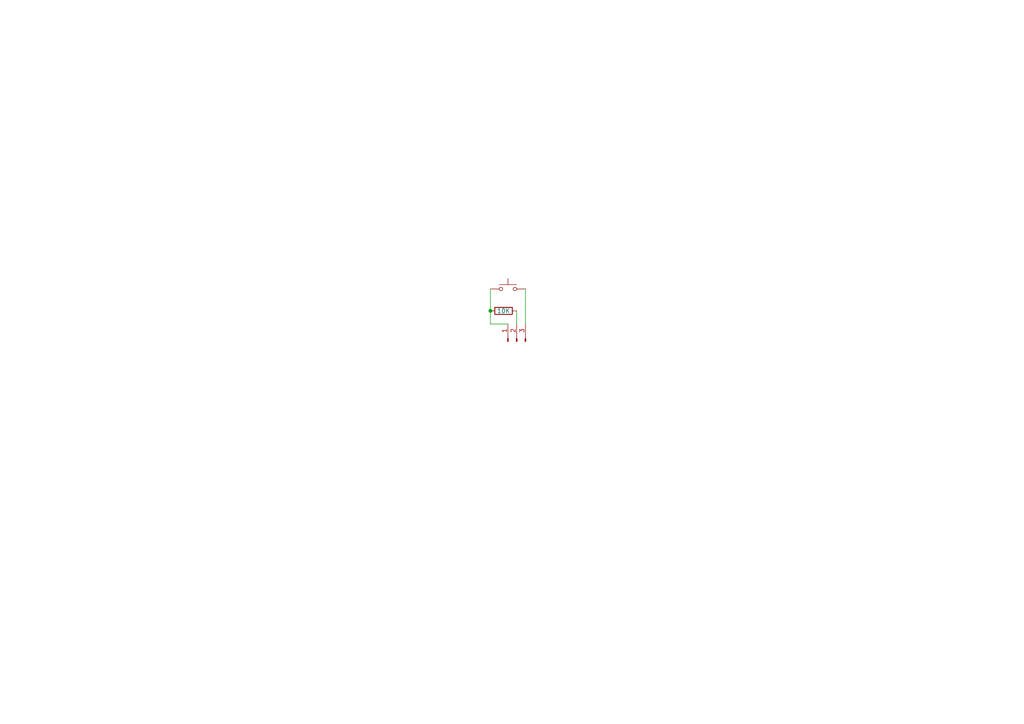
<source format=kicad_sch>
(kicad_sch (version 20211123) (generator eeschema)
  (paper "A4")
  (lib_symbols
    (symbol "Connector:Conn_01x03_Male" (pin_names (offset 1.016) hide)
      (property "Reference" "J" (at 0 5.08 0))
      (property "Value" "Conn_01x03_Male" (at 0 -5.08 0))
      (symbol "Conn_01x03_Male_1_1"
        (polyline (pts (xy 1.27 -2.54) (xy 0.8636 -2.54)) (stroke (width 0.1524)))
        (polyline (pts (xy 1.27 0) (xy 0.8636 0)) (stroke (width 0.1524)))
        (polyline (pts (xy 1.27 2.54) (xy 0.8636 2.54)) (stroke (width 0.1524)))
        (rectangle (start 0.8636 -2.413) (end 0 -2.667) (stroke (width 0.1524)) (fill (type outline)))
        (rectangle (start 0.8636 0.127) (end 0 -0.127) (stroke (width 0.1524)) (fill (type outline)))
        (rectangle (start 0.8636 2.667) (end 0 2.413) (stroke (width 0.1524)) (fill (type outline)))
        (pin passive line (at 5.08 2.54 180) (length 3.81) (name "Pin_1") (number "1"))
        (pin passive line (at 5.08 0 180) (length 3.81) (name "Pin_2") (number "2"))
        (pin passive line (at 5.08 -2.54 180) (length 3.81) (name "Pin_3") (number "3"))
      )
    )
    (symbol "Device:R" (pin_numbers hide) (pin_names (offset 0))
      (property "Reference" "R" (at 2.032 0 90))
      (property "Value" "R" (at 0 0 90))
      (symbol "R_0_1"
        (rectangle (start -1.016 -2.54) (end 1.016 2.54) (stroke (width 0.254)))
      )
      (symbol "R_1_1"
        (pin passive line (at 0 3.81 270) (length 1.27) (name "~") (number "1"))
        (pin passive line (at 0 -3.81 90) (length 1.27) (name "~") (number "2"))
      )
    )
    (symbol "Switch:SW_Push" (pin_numbers hide) (pin_names (offset 1.016) hide)
      (property "Reference" "SW" (at 1.27 2.54 0))
      (property "Value" "SW_Push" (at 0 -1.524 0))
      (symbol "SW_Push_0_1"
        (circle (center -2.032 0) (radius 0.508))
        (polyline (pts (xy 0 1.27) (xy 0 3.048)))
        (polyline (pts (xy 2.54 1.27) (xy -2.54 1.27)))
        (circle (center 2.032 0) (radius 0.508))
        (pin passive line (at -5.08 0 0) (length 2.54) (name "1") (number "1"))
        (pin passive line (at 5.08 0 180) (length 2.54) (name "2") (number "2"))
      )
    )
  )
  (junction (at 142.24 90.17))
  (wire (pts (xy 147.32 93.98) (xy 142.24 93.98)))
  (wire (pts (xy 152.4 83.82) (xy 152.4 93.98)))
  (wire (pts (xy 142.24 83.82) (xy 142.24 90.17)))
  (wire (pts (xy 142.24 93.98) (xy 142.24 90.17)))
  (wire (pts (xy 149.86 90.17) (xy 149.86 93.98)))
  (symbol (lib_id "Switch:SW_Push") (at 147.32 83.82 0) (unit 1)
    (property "Reference" "SW1" (effects hide))
    (property "Value" "Vibration Switch" (effects hide))
    (property "Footprint" "Inductor_THT:L_Axial_L5.3mm_D2.2mm_P10.16mm_Horizontal_Vishay_IM-1" (effects hide))
    (property "Datasheet" "https://lcsc.com/product-detail/span-style-background-color-ff0-Vibration-span-Sensors_XKB-Connectivity-SW-200M-20T10G2_C2914019.html" (effects hide))
  )
  (symbol (lib_id "Device:R") (at 146.05 90.17 90) (unit 1)
    (property "Reference" "R1" (effects hide))
    (property "Value" "10K" (at 146.05 90.17 90))
    (property "Footprint" "Resistor_SMD:R_0805_2012Metric" (effects hide))
    (property "Datasheet" "https://lcsc.com/product-detail/Chip-span-style-background-color-ff0-Resistor-span-Surface-Mount_TyoHM-RMC080510K5-N_C269724.html" (effects hide))
  )
  (symbol (lib_id "Connector:Conn_01x03_Male") (at 149.86 99.06 90) (unit 1)
    (property "Reference" "J1" (effects hide))
    (property "Value" "Connector" (effects hide))
    (property "Footprint" "Connector_JST:JST_EH_B3B-EH-A_1x03_P2.50mm_Vertical" (effects hide))
    (property "Datasheet" "https://www.lcsc.com/product-detail/Wire-To-Board-Wire-To-Wire-Connector_JST-Sales-America-B3B-EH-A-LF-SN_C160259.html" (effects hide))
  )
)
</source>
